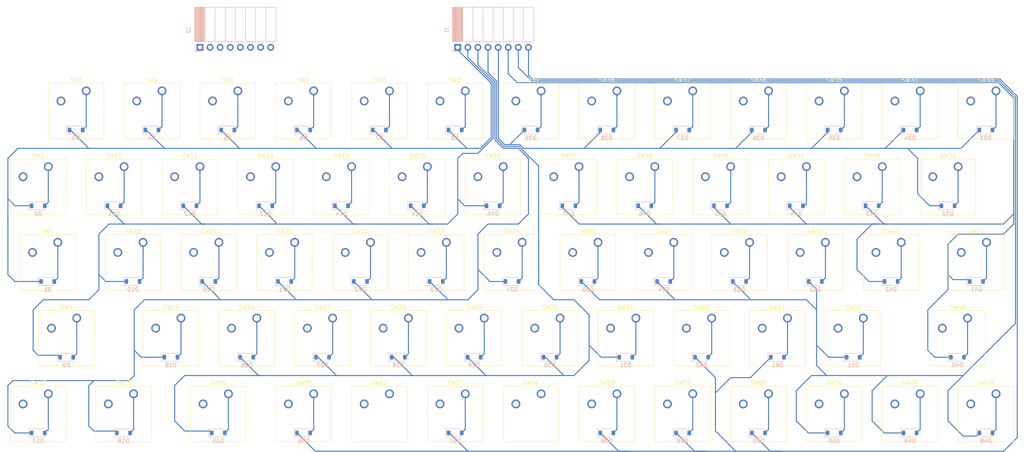
<source format=kicad_pcb>
(kicad_pcb (version 20221018) (generator pcbnew)

  (general
    (thickness 1.6)
  )

  (paper "A3")
  (layers
    (0 "F.Cu" signal)
    (31 "B.Cu" signal)
    (32 "B.Adhes" user "B.Adhesive")
    (33 "F.Adhes" user "F.Adhesive")
    (34 "B.Paste" user)
    (35 "F.Paste" user)
    (36 "B.SilkS" user "B.Silkscreen")
    (37 "F.SilkS" user "F.Silkscreen")
    (38 "B.Mask" user)
    (39 "F.Mask" user)
    (40 "Dwgs.User" user "User.Drawings")
    (41 "Cmts.User" user "User.Comments")
    (42 "Eco1.User" user "User.Eco1")
    (43 "Eco2.User" user "User.Eco2")
    (44 "Edge.Cuts" user)
    (45 "Margin" user)
    (46 "B.CrtYd" user "B.Courtyard")
    (47 "F.CrtYd" user "F.Courtyard")
    (48 "B.Fab" user)
    (49 "F.Fab" user)
    (50 "User.1" user)
    (51 "User.2" user)
    (52 "User.3" user)
    (53 "User.4" user)
    (54 "User.5" user)
    (55 "User.6" user)
    (56 "User.7" user)
    (57 "User.8" user)
    (58 "User.9" user)
  )

  (setup
    (pad_to_mask_clearance 0)
    (pcbplotparams
      (layerselection 0x00010fc_ffffffff)
      (plot_on_all_layers_selection 0x0000000_00000000)
      (disableapertmacros false)
      (usegerberextensions false)
      (usegerberattributes true)
      (usegerberadvancedattributes true)
      (creategerberjobfile true)
      (dashed_line_dash_ratio 12.000000)
      (dashed_line_gap_ratio 3.000000)
      (svgprecision 4)
      (plotframeref false)
      (viasonmask false)
      (mode 1)
      (useauxorigin false)
      (hpglpennumber 1)
      (hpglpenspeed 20)
      (hpglpendiameter 15.000000)
      (dxfpolygonmode true)
      (dxfimperialunits true)
      (dxfusepcbnewfont true)
      (psnegative false)
      (psa4output false)
      (plotreference true)
      (plotvalue true)
      (plotinvisibletext false)
      (sketchpadsonfab false)
      (subtractmaskfromsilk false)
      (outputformat 1)
      (mirror false)
      (drillshape 1)
      (scaleselection 1)
      (outputdirectory "")
    )
  )

  (net 0 "")
  (net 1 "Net-(D1-K)")
  (net 2 "Net-(D1-A)")
  (net 3 "Net-(D10-A)")
  (net 4 "Net-(D10-K)")
  (net 5 "Net-(D17-K)")
  (net 6 "Net-(D17-A)")
  (net 7 "Net-(D25-K)")
  (net 8 "Net-(D25-A)")
  (net 9 "Net-(D32-K)")
  (net 10 "Net-(D33-A)")
  (net 11 "Net-(D40-K)")
  (net 12 "Net-(D41-A)")
  (net 13 "Net-(D48-K)")
  (net 14 "Net-(D49-A)")
  (net 15 "Net-(D56-K)")
  (net 16 "Net-(D56-A)")
  (net 17 "Net-(J2-Pin_1)")
  (net 18 "Net-(J2-Pin_2)")
  (net 19 "Net-(J2-Pin_3)")
  (net 20 "Net-(J2-Pin_4)")
  (net 21 "Net-(J2-Pin_5)")
  (net 22 "Net-(J2-Pin_6)")
  (net 23 "Net-(J2-Pin_7)")
  (net 24 "Net-(J2-Pin_8)")
  (net 25 "unconnected-(SW63-Pad1)")
  (net 26 "unconnected-(SW63-Pad2)")
  (net 27 "unconnected-(SW64-Pad1)")
  (net 28 "unconnected-(SW64-Pad2)")
  (net 29 "Net-(D2-A)")
  (net 30 "Net-(D3-A)")
  (net 31 "Net-(D4-A)")
  (net 32 "Net-(D5-A)")
  (net 33 "Net-(D6-A)")
  (net 34 "Net-(D7-A)")
  (net 35 "Net-(D8-A)")
  (net 36 "Net-(D9-A)")
  (net 37 "Net-(D11-A)")
  (net 38 "Net-(D12-A)")
  (net 39 "Net-(D13-A)")
  (net 40 "Net-(D14-A)")
  (net 41 "Net-(D15-A)")
  (net 42 "Net-(D16-A)")
  (net 43 "Net-(D18-A)")
  (net 44 "Net-(D19-A)")
  (net 45 "Net-(D20-A)")
  (net 46 "Net-(D21-A)")
  (net 47 "Net-(D22-A)")
  (net 48 "Net-(D23-A)")
  (net 49 "Net-(D24-A)")
  (net 50 "Net-(D26-A)")
  (net 51 "Net-(D27-A)")
  (net 52 "Net-(D28-A)")
  (net 53 "Net-(D29-A)")
  (net 54 "Net-(D30-A)")
  (net 55 "Net-(D31-A)")
  (net 56 "Net-(D32-A)")
  (net 57 "Net-(D34-A)")
  (net 58 "Net-(D35-A)")
  (net 59 "Net-(D36-A)")
  (net 60 "Net-(D37-A)")
  (net 61 "Net-(D38-A)")
  (net 62 "Net-(D39-A)")
  (net 63 "Net-(D40-A)")
  (net 64 "Net-(D42-A)")
  (net 65 "Net-(D43-A)")
  (net 66 "Net-(D44-A)")
  (net 67 "Net-(D45-A)")
  (net 68 "Net-(D46-A)")
  (net 69 "Net-(D47-A)")
  (net 70 "Net-(D48-A)")
  (net 71 "Net-(D50-A)")
  (net 72 "Net-(D51-A)")
  (net 73 "Net-(D52-A)")
  (net 74 "Net-(D53-A)")
  (net 75 "Net-(D54-A)")
  (net 76 "Net-(D55-A)")
  (net 77 "Net-(D57-A)")
  (net 78 "Net-(D58-A)")
  (net 79 "Net-(D59-A)")
  (net 80 "Net-(D60-A)")
  (net 81 "Net-(D61-A)")
  (net 82 "Net-(D62-A)")

  (footprint "Button_Switch_Keyboard:SW_Cherry_MX_1.00u_PCB" (layer "F.Cu") (at 283.21 116.36375))

  (footprint "Button_Switch_Keyboard:SW_Cherry_MX_1.00u_PCB" (layer "F.Cu") (at 259.3975 154.46375))

  (footprint "Button_Switch_Keyboard:SW_Cherry_MX_1.00u_PCB" (layer "F.Cu") (at 111.76 116.36375))

  (footprint "Button_Switch_Keyboard:SW_Cherry_MX_1.00u_PCB" (layer "F.Cu") (at 249.8725 135.41375))

  (footprint "Button_Switch_Keyboard:SW_Cherry_MX_1.25u_PCB" (layer "F.Cu") (at 137.95375 173.51375))

  (footprint "Button_Switch_Keyboard:SW_Cherry_MX_1.00u_PCB" (layer "F.Cu") (at 273.685 173.51375))

  (footprint "Button_Switch_Keyboard:SW_Cherry_MX_1.00u_PCB" (layer "F.Cu") (at 254.635 97.31375))

  (footprint "Button_Switch_Keyboard:SW_Cherry_MX_1.00u_PCB" (layer "F.Cu") (at 211.7725 135.41375))

  (footprint "Button_Switch_Keyboard:SW_Cherry_MX_1.00u_PCB" (layer "F.Cu") (at 178.435 97.31375))

  (footprint "Button_Switch_Keyboard:SW_Cherry_MX_1.00u_PCB" (layer "F.Cu") (at 197.485 173.51375))

  (footprint "Button_Switch_Keyboard:SW_Cherry_MX_1.00u_PCB" (layer "F.Cu") (at 197.485 97.31375))

  (footprint "Button_Switch_Keyboard:SW_Cherry_MX_1.00u_PCB" (layer "F.Cu") (at 230.8225 135.41375))

  (footprint "Button_Switch_Keyboard:SW_Cherry_MX_1.00u_PCB" (layer "F.Cu") (at 302.26 116.36375))

  (footprint "Button_Switch_Keyboard:SW_Cherry_MX_1.00u_PCB" (layer "F.Cu") (at 92.71 116.36375))

  (footprint "Button_Switch_Keyboard:SW_Cherry_MX_1.00u_PCB" (layer "F.Cu") (at 292.735 97.31375))

  (footprint "Button_Switch_Keyboard:SW_Cherry_MX_1.00u_PCB" (layer "F.Cu") (at 145.0975 154.46375))

  (footprint "Button_Switch_Keyboard:SW_Cherry_MX_1.00u_PCB" (layer "F.Cu") (at 149.86 116.36375))

  (footprint "Button_Switch_Keyboard:SW_Cherry_MX_1.00u_PCB" (layer "F.Cu") (at 287.9725 135.41375))

  (footprint "Button_Switch_Keyboard:SW_Cherry_MX_1.00u_PCB" (layer "F.Cu") (at 116.5225 135.41375))

  (footprint "Button_Switch_Keyboard:SW_Cherry_MX_1.00u_PCB" (layer "F.Cu") (at 140.335 97.31375))

  (footprint "Button_Switch_Keyboard:SW_Cherry_MX_1.00u_PCB" (layer "F.Cu") (at 273.685 97.31375))

  (footprint "Button_Switch_Keyboard:SW_Cherry_MX_1.00u_PCB" (layer "F.Cu") (at 321.31 116.36375))

  (footprint "Button_Switch_Keyboard:SW_Cherry_MX_1.00u_PCB" (layer "F.Cu") (at 307.0225 135.41375))

  (footprint "Button_Switch_Keyboard:SW_Cherry_MX_1.00u_PCB" (layer "F.Cu") (at 183.1975 154.46375))

  (footprint "Button_Switch_Keyboard:SW_Cherry_MX_1.25u_PCB" (layer "F.Cu") (at 95.09125 135.41375))

  (footprint "Button_Switch_Keyboard:SW_Cherry_MX_1.00u_PCB" (layer "F.Cu") (at 216.535 173.51375))

  (footprint "Button_Switch_Keyboard:SW_Cherry_MX_1.00u_PCB" (layer "F.Cu") (at 278.4475 154.46375))

  (footprint "Button_Switch_Keyboard:SW_Cherry_MX_1.00u_PCB" (layer "F.Cu") (at 202.2475 154.46375))

  (footprint "Button_Switch_Keyboard:SW_Cherry_MX_1.00u_PCB" (layer "F.Cu") (at 297.4975 154.46375))

  (footprint "Button_Switch_Keyboard:SW_Cherry_MX_1.00u_PCB" (layer "F.Cu") (at 245.11 116.36375))

  (footprint "Button_Switch_Keyboard:SW_Cherry_MX_1.00u_PCB" (layer "F.Cu") (at 254.635 173.51375))

  (footprint "Button_Switch_Keyboard:SW_Cherry_MX_1.00u_PCB" (layer "F.Cu") (at 130.81 116.36375))

  (footprint "Button_Switch_Keyboard:SW_Cherry_MX_1.00u_PCB" (layer "F.Cu") (at 159.385 173.51375))

  (footprint "Button_Switch_Keyboard:SW_Cherry_MX_1.00u_PCB" (layer "F.Cu") (at 207.01 116.36375))

  (footprint "Button_Switch_Keyboard:SW_Cherry_MX_1.00u_PCB" (layer "F.Cu") (at 92.71 173.51375))

  (footprint "Button_Switch_Keyboard:SW_Cherry_MX_1.25u_PCB" (layer "F.Cu") (at 328.45375 135.41375))

  (footprint "Button_Switch_Keyboard:SW_Cherry_MX_1.00u_PCB" (layer "F.Cu") (at 126.0475 154.46375))

  (footprint "Button_Switch_Keyboard:SW_Cherry_MX_1.00u_PCB" (layer "F.Cu") (at 330.835 173.51375))

  (footprint "Button_Switch_Keyboard:SW_Cherry_MX_1.00u_PCB" (layer "F.Cu") (at 235.585 97.31375))

  (footprint "Button_Switch_Keyboard:SW_Cherry_MX_1.00u_PCB" (layer "F.Cu") (at 221.2975 154.46375))

  (footprint "Button_Switch_Keyboard:SW_Cherry_MX_1.00u_PCB" (layer "F.Cu") (at 216.535 97.31375))

  (footprint "Button_Switch_Keyboard:SW_Cherry_MX_1.00u_PCB" (layer "F.Cu")
    (tstamp a29d0987-fc1b-479e-89c1-4957eae3384f)
    (at 268.9225 135.41375)
    (descr "Cherry MX keyswitch, 1.00u, PCB mount, http://cherryamericas.com/wp-content/uploads/2014/12/mx_cat.pdf")
    (tags "Cherry MX keyswitch 1.00u PCB")
    (property "Sheetfile" "xantronix-z32.kicad_sch")
    (property "Sheetname" "")
    (property "ki_description" "Push button switch, generic, two pins")
    (property "ki_keywords" "switch normally-open pushbutton push-button")
    (path "/e818bc00-1e8f-44e3-b9f4-0bae43ab4fb8")
    (attr through_hole)
    (fp_text reference "SW53" (at -2.54 -2.794) (layer "F.SilkS")
        (effects (font (size 1 1) (thickness 0.15)))
      (tstamp cb3cf7f9-8c81-468e-8413-26def3be3526)
    )
    (fp_text value "SW_Push" (at -2.54 12.954) (layer "F.Fab")
        (effects (font (size 1 1) (thickness 0.15)))
      (tstamp 5182fbc3-0c7b-453c-aafd-532198d8e30e)
    )
    (fp_text user "${REFERENCE}" (at -2.54 -2.794) (layer "F.Fab")
        (effects (font (size 1 1) (thickness 0.15)))
      (tstamp 68a1dcc7-8161-4f6b-9b42-7c6638961b1c)
    )
    (fp_line (start -9.525 -1.905) (end 4.445 -1.905)
      (stroke (width 0.12) (type solid)) (layer "F.SilkS") (tstamp 08667e8a-8c72-429f-b2e6-5db12ca88ec3))
    (fp_line (start -9.525 12.065) (end -9.525 -1.905)
      (stroke (width 0.12) (type solid)) (layer "F.SilkS") (tstamp 0c747d89-b9cd-4ce8-9ab2-10088c866c2a))
    (fp_line (start 4.445 -1.905) (end 4.445 12.065)
      (stroke (width 0.12) (type solid)) (layer "F.SilkS") (tstamp f19d8e3e-1608-4cbf-9820-4000cc5e77a2))
    (fp_line (start 4.445 12.065) (end -9.525 12.065)
      (stroke (width 0.12) (type solid)) (layer "F.SilkS") (tstamp 4c4f0c93-87ab-4c00-841e-6a65574447aa))
    (fp_line (start -12.065 -4.445) (end 6.985 -4.445)
      (stroke (width 0.15) (type solid)) (layer "Dwgs.User") (tstamp e7e1ea46-d40c-432d-9e55-5a9b96b52741))
    (fp_line (start -12.065 14.605) (end -12.065 -4.445)
      (stroke (width 0.15) (type solid)) (layer "Dwgs.User") (tstamp 8db66b3b-fa37-4c8f-aaa0-111a725d8bc4))
    (fp_line (start 6.985 -4.445) (end 6.985 14.605)
      (stroke (width 0.15) (type solid)) (layer "Dwgs.User") (tstamp b1ad30f7-8a1d-476a-a2c5-5037a5d7450c))
    (fp_line (start 6.985 14.605) (end -12.065 14.605)
      (stroke (width 0.15) (type solid)) (layer "Dwgs.User") (tstamp 4924eca8-f13b-43e7-a3d0-2f8a8208b8df))
    (fp_line (start -9.14 -1.52) (end 4.06 -1.52)
      (stroke (width 0.05) (type solid)) (layer "F.CrtYd") (tstamp 4c571deb-62
... [467964 chars truncated]
</source>
